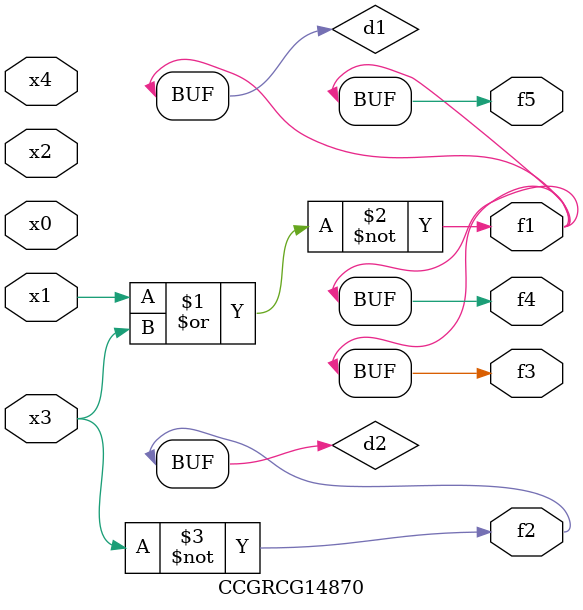
<source format=v>
module CCGRCG14870(
	input x0, x1, x2, x3, x4,
	output f1, f2, f3, f4, f5
);

	wire d1, d2;

	nor (d1, x1, x3);
	not (d2, x3);
	assign f1 = d1;
	assign f2 = d2;
	assign f3 = d1;
	assign f4 = d1;
	assign f5 = d1;
endmodule

</source>
